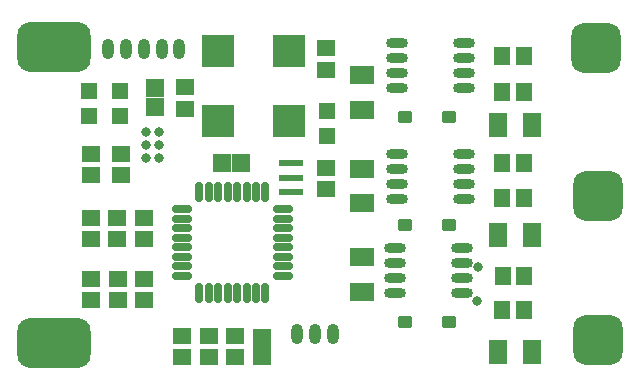
<source format=gbs>
G04*
G04 #@! TF.GenerationSoftware,Altium Limited,Altium Designer,20.0.13 (296)*
G04*
G04 Layer_Color=16711935*
%FSLAX44Y44*%
%MOMM*%
G71*
G01*
G75*
%ADD35O,1.8532X0.8532*%
%ADD36R,1.4032X1.6032*%
%ADD39R,1.5032X2.0032*%
%ADD40R,1.6032X1.5032*%
G04:AMPARAMS|DCode=41|XSize=4.2032mm|YSize=4.2032mm|CornerRadius=1.1016mm|HoleSize=0mm|Usage=FLASHONLY|Rotation=90.000|XOffset=0mm|YOffset=0mm|HoleType=Round|Shape=RoundedRectangle|*
%AMROUNDEDRECTD41*
21,1,4.2032,2.0000,0,0,90.0*
21,1,2.0000,4.2032,0,0,90.0*
1,1,2.2032,1.0000,1.0000*
1,1,2.2032,1.0000,-1.0000*
1,1,2.2032,-1.0000,-1.0000*
1,1,2.2032,-1.0000,1.0000*
%
%ADD41ROUNDEDRECTD41*%
G04:AMPARAMS|DCode=42|XSize=4.2032mm|YSize=6.2032mm|CornerRadius=1.1016mm|HoleSize=0mm|Usage=FLASHONLY|Rotation=90.000|XOffset=0mm|YOffset=0mm|HoleType=Round|Shape=RoundedRectangle|*
%AMROUNDEDRECTD42*
21,1,4.2032,4.0000,0,0,90.0*
21,1,2.0000,6.2032,0,0,90.0*
1,1,2.2032,2.0000,1.0000*
1,1,2.2032,2.0000,-1.0000*
1,1,2.2032,-2.0000,-1.0000*
1,1,2.2032,-2.0000,1.0000*
%
%ADD42ROUNDEDRECTD42*%
%ADD43R,1.5032X1.6032*%
%ADD44C,0.8032*%
%ADD61R,2.1032X0.6032*%
%ADD62O,0.7532X1.7032*%
%ADD63O,1.7032X0.7532*%
%ADD64O,1.0032X1.7032*%
G04:AMPARAMS|DCode=65|XSize=1.0032mm|YSize=1.2032mm|CornerRadius=0.2016mm|HoleSize=0mm|Usage=FLASHONLY|Rotation=270.000|XOffset=0mm|YOffset=0mm|HoleType=Round|Shape=RoundedRectangle|*
%AMROUNDEDRECTD65*
21,1,1.0032,0.8000,0,0,270.0*
21,1,0.6000,1.2032,0,0,270.0*
1,1,0.4032,-0.4000,-0.3000*
1,1,0.4032,-0.4000,0.3000*
1,1,0.4032,0.4000,0.3000*
1,1,0.4032,0.4000,-0.3000*
%
%ADD65ROUNDEDRECTD65*%
%ADD66R,2.7032X2.7032*%
%ADD67R,2.0032X1.5032*%
%ADD68R,1.4032X1.4032*%
%ADD69R,1.6032X1.4032*%
D35*
X992750Y647450D02*
D03*
Y660150D02*
D03*
Y672850D02*
D03*
Y685550D02*
D03*
X1049250Y647450D02*
D03*
Y660150D02*
D03*
Y672850D02*
D03*
Y685550D02*
D03*
X994250Y726950D02*
D03*
Y739650D02*
D03*
Y752350D02*
D03*
Y765050D02*
D03*
X1050750Y726950D02*
D03*
Y739650D02*
D03*
Y752350D02*
D03*
Y765050D02*
D03*
X994500Y821200D02*
D03*
Y833900D02*
D03*
Y846600D02*
D03*
Y859300D02*
D03*
X1051000Y821200D02*
D03*
Y833900D02*
D03*
Y846600D02*
D03*
Y859300D02*
D03*
D36*
X1101500Y817500D02*
D03*
X1083500D02*
D03*
X1101500Y632500D02*
D03*
X1083500D02*
D03*
X1101500Y847500D02*
D03*
X1083500D02*
D03*
X1101750Y662000D02*
D03*
X1083750D02*
D03*
X1101500Y727500D02*
D03*
X1083500D02*
D03*
X1101500Y757500D02*
D03*
X1083500D02*
D03*
D39*
X1079500Y789500D02*
D03*
X1108500D02*
D03*
X1079500Y597000D02*
D03*
X1108500D02*
D03*
X1079500Y696500D02*
D03*
X1108500D02*
D03*
D40*
X880000Y609500D02*
D03*
Y593500D02*
D03*
X789250Y820820D02*
D03*
Y804820D02*
D03*
D41*
X1162750Y854750D02*
D03*
X1164500Y729500D02*
D03*
X1164750Y607250D02*
D03*
D42*
X703750Y604750D02*
D03*
X704250Y855250D02*
D03*
D43*
X862500Y757500D02*
D03*
X846500D02*
D03*
D44*
X1061750Y640500D02*
D03*
X1063250Y669500D02*
D03*
X792500Y761750D02*
D03*
X781500D02*
D03*
Y772750D02*
D03*
X792500D02*
D03*
Y783750D02*
D03*
X781500D02*
D03*
D61*
X905000Y733000D02*
D03*
Y745000D02*
D03*
Y757000D02*
D03*
D62*
X827000Y732500D02*
D03*
X835000D02*
D03*
X843000D02*
D03*
X851000D02*
D03*
X859000D02*
D03*
X867000D02*
D03*
X875000D02*
D03*
X883000D02*
D03*
Y647500D02*
D03*
X875000D02*
D03*
X867000D02*
D03*
X859000D02*
D03*
X851000D02*
D03*
X843000D02*
D03*
X835000D02*
D03*
X827000D02*
D03*
D63*
X897500Y718000D02*
D03*
Y710000D02*
D03*
Y702000D02*
D03*
Y694000D02*
D03*
Y686000D02*
D03*
Y678000D02*
D03*
Y670000D02*
D03*
Y662000D02*
D03*
X812500D02*
D03*
Y670000D02*
D03*
Y678000D02*
D03*
Y686000D02*
D03*
Y694000D02*
D03*
Y702000D02*
D03*
Y710000D02*
D03*
Y718000D02*
D03*
D64*
X810000Y853500D02*
D03*
X795000D02*
D03*
X780000D02*
D03*
X765000D02*
D03*
X750000D02*
D03*
X940000Y612500D02*
D03*
X925000D02*
D03*
X910000D02*
D03*
D65*
X1001500Y796250D02*
D03*
X1038500D02*
D03*
Y622500D02*
D03*
X1001500D02*
D03*
X1038500Y704750D02*
D03*
X1001500D02*
D03*
D66*
X902500Y852500D02*
D03*
Y792500D02*
D03*
X842500D02*
D03*
Y852500D02*
D03*
D67*
X965000Y831500D02*
D03*
Y802500D02*
D03*
Y752500D02*
D03*
Y723500D02*
D03*
Y677500D02*
D03*
Y648500D02*
D03*
D68*
X733480Y818000D02*
D03*
Y797000D02*
D03*
X935020Y780500D02*
D03*
Y801500D02*
D03*
X760250Y818000D02*
D03*
Y797000D02*
D03*
D69*
X780250Y659500D02*
D03*
Y641500D02*
D03*
X934500Y854250D02*
D03*
Y836250D02*
D03*
X760500Y765000D02*
D03*
Y747000D02*
D03*
X934500Y735250D02*
D03*
Y753250D02*
D03*
X735000Y765000D02*
D03*
Y747000D02*
D03*
X780000Y710750D02*
D03*
Y692750D02*
D03*
X757750Y659500D02*
D03*
Y641500D02*
D03*
X757500Y710750D02*
D03*
Y692750D02*
D03*
X735250Y659500D02*
D03*
Y641500D02*
D03*
X735000Y710750D02*
D03*
Y692750D02*
D03*
X812500Y611000D02*
D03*
Y593000D02*
D03*
X835000Y611000D02*
D03*
Y593000D02*
D03*
X857500Y611000D02*
D03*
Y593000D02*
D03*
X814750Y821300D02*
D03*
Y803300D02*
D03*
M02*

</source>
